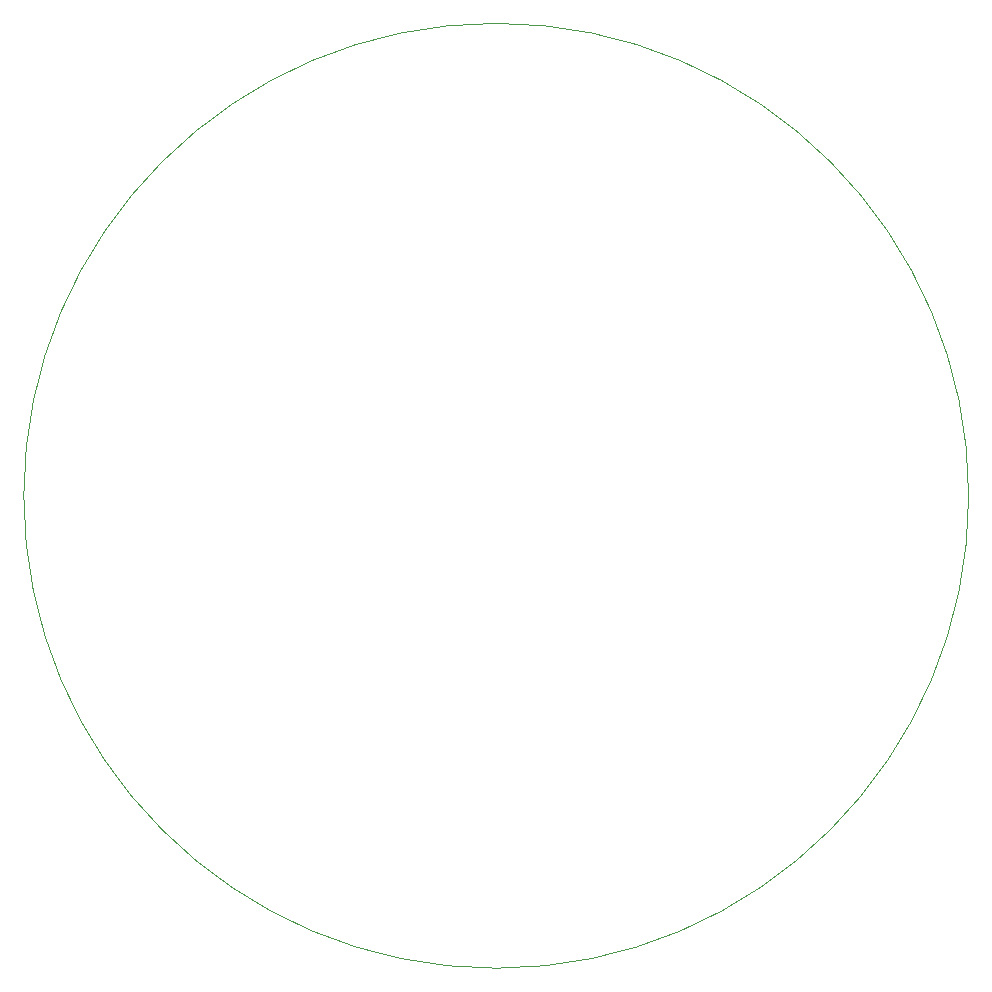
<source format=gbr>
%TF.GenerationSoftware,Altium Limited,Altium Designer,18.1.6 (161)*%
G04 Layer_Color=0*
%FSLAX26Y26*%
%MOIN*%
%TF.FileFunction,Profile,NP*%
%TF.Part,Single*%
G01*
G75*
%TA.AperFunction,Profile*%
%ADD72C,0.001000*%
D72*
X3149606Y1574803D02*
G02*
X1574803Y3149606I0J1574803D01*
G01*
D02*
G02*
X3149606Y4724409I1574803J0D01*
G01*
D02*
G02*
X4724409Y3149606I0J-1574803D01*
G01*
D02*
G02*
X3149606Y1574803I-1574803J0D01*
G01*
%TF.MD5,c9d79b201c855c9a0503c81915b4a79a*%
M02*

</source>
